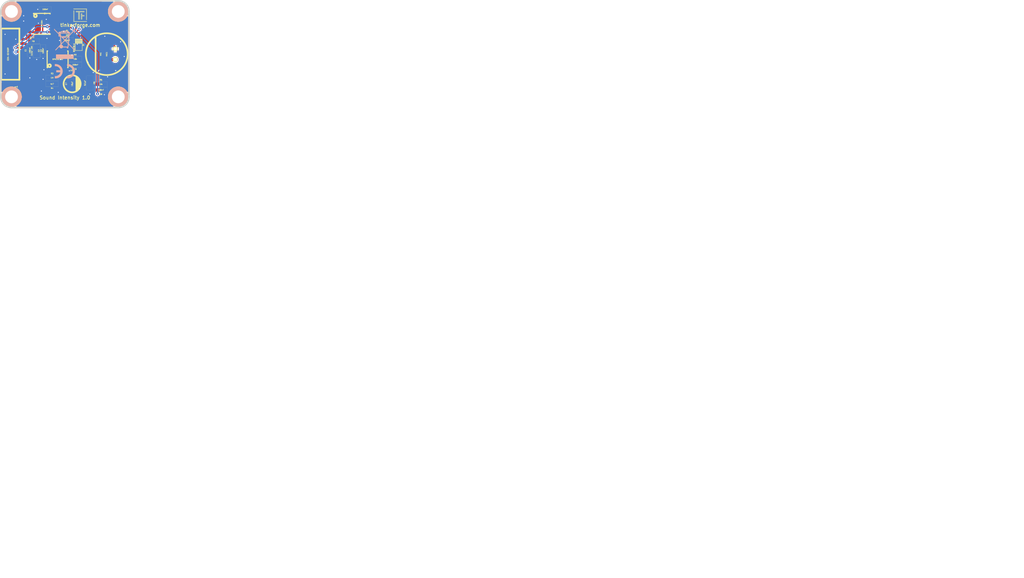
<source format=kicad_pcb>
(kicad_pcb (version 20221018) (generator pcbnew)
  (title_block (title "Sound Intensity Bricklet") (rev "1.0") (company "Tinkerforge GmbH") (comment 1 "Licensed under CERN OHL v.1.1") (comment 2 "Copyright (©) 2013, B.Nordmeyer <bastian@tinkerforge.com>"))
  (layers (0 "F.Cu" signal "Vorderseite") (31 "B.Cu" signal "Rückseite") (34 "B.Paste" user) (35 "F.Paste" user) (36 "B.SilkS" user) (37 "F.SilkS" user) (38 "B.Mask" user) (39 "F.Mask" user) (44 "Edge.Cuts" user))
  (net 0 "")
  (net 1 "GND")
  (net 2 "N-0000010")
  (net 3 "N-0000011")
  (net 4 "N-0000012")
  (net 5 "N-0000013")
  (net 6 "N-0000018")
  (net 7 "N-0000019")
  (net 8 "N-000002")
  (net 9 "N-000005")
  (net 10 "N-000007")
  (net 11 "N-000008")
  (net 12 "N-000009")
  (net 13 "VAA")
  (net 14 "VCC")
  (footprint "SOIC8" (layer "F.Cu") (at 56.2 43.5)
    (fp_text reference "U1" (at 3.29946 2.60096) (layer "F.SilkS") (effects (font (size 0.29972 0.29972) (thickness 0.0762))))
    (fp_text value "OPA2313ID" (at 0 0) (layer "F.SilkS") (effects (font (size 0.29972 0.29972) (thickness 0.0762))))
    (pad "1" smd rect (at -1.90246 2.69748 180) (size 0.59944 1.5494) (layers "F.Cu" "F.Paste" "F.Mask") (net 11 "N-000008"))
    (pad "2" smd rect (at -0.63246 2.69748 180) (size 0.59944 1.5494) (layers "F.Cu" "F.Paste" "F.Mask") (net 9 "N-000005"))
    (pad "3" smd rect (at 0.63246 2.69748 180) (size 0.59944 1.5494) (layers "F.Cu" "F.Paste" "F.Mask") (net 7 "N-0000019"))
    (pad "4" smd rect (at 1.90246 2.69748 180) (size 0.59944 1.5494) (layers "F.Cu" "F.Paste" "F.Mask") (net 1 "GND"))
    (pad "5" smd rect (at 1.90246 -2.69748) (size 0.59944 1.5494) (layers "F.Cu" "F.Paste" "F.Mask") (net 12 "N-000009"))
    (pad "6" smd rect (at 0.63246 -2.69748) (size 0.59944 1.5494) (layers "F.Cu" "F.Paste" "F.Mask") (net 5 "N-0000013"))
    (pad "7" smd rect (at -0.63246 -2.69748) (size 0.59944 1.5494) (layers "F.Cu" "F.Paste" "F.Mask") (net 5 "N-0000013"))
    (pad "8" smd rect (at -1.90246 -2.69748) (size 0.59944 1.5494) (layers "F.Cu" "F.Paste" "F.Mask") (net 13 "VAA"))
  )
  (footprint "DRILL_NP" (layer "F.Cu") (at 70.4 32.3)
    (fp_text reference "U3" hide)
    (fp_text value "DRILL" hide)
    (pad "" thru_hole circle (at 0 0) (size 2.99974 2.99974) (drill 2.99974) (layers "*.Cu" "*.SilkS" "*.Mask") (clearance 0.89916))
  )
  (footprint "DRILL_NP" (layer "F.Cu") (at 45.4 52.3)
    (fp_text reference "U4" hide)
    (fp_text value "DRILL" hide)
    (pad "" thru_hole circle (at 0 0) (size 2.99974 2.99974) (drill 2.99974) (layers "*.Cu" "*.SilkS" "*.Mask") (clearance 0.89916))
  )
  (footprint "DRILL_NP" (layer "F.Cu") (at 45.4 32.3)
    (fp_text reference "U6" hide)
    (fp_text value "DRILL" hide)
    (pad "" thru_hole circle (at 0 0) (size 2.99974 2.99974) (drill 2.99974) (layers "*.Cu" "*.SilkS" "*.Mask") (clearance 0.89916))
  )
  (footprint "DRILL_NP" (layer "F.Cu") (at 70.4 52.3)
    (fp_text reference "U5" hide)
    (fp_text value "DRILL" hide)
    (pad "" thru_hole circle (at 0 0) (size 2.99974 2.99974) (drill 2.99974) (layers "*.Cu" "*.SilkS" "*.Mask") (clearance 0.89916))
  )
  (footprint "CON-SENSOR" (layer "F.Cu") (at 43 42.3 -90)
    (fp_text reference "P1" (at 7.9502 -3.50012 270) (layer "F.SilkS") (effects (font (size 0.59944 0.59944) (thickness 0.12446))))
    (fp_text value "CON-SENSOR" (at 0 -1.6002 270) (layer "F.SilkS") (effects (font (size 0.29972 0.29972) (thickness 0.07112))))
    (pad "1" smd rect (at -4.50088 -4.7752 270) (size 0.59944 1.5494) (layers "F.Cu" "F.Paste" "F.Mask"))
    (pad "2" smd rect (at -3.50012 -4.7752 270) (size 0.59944 1.5494) (layers "F.Cu" "F.Paste" "F.Mask") (net 1 "GND"))
    (pad "3" smd rect (at -2.49936 -4.7752 270) (size 0.59944 1.5494) (layers "F.Cu" "F.Paste" "F.Mask") (net 14 "VCC"))
    (pad "4" smd rect (at -1.50114 -4.7752 270) (size 0.59944 1.5494) (layers "F.Cu" "F.Paste" "F.Mask") (net 2 "N-0000010"))
    (pad "5" smd rect (at -0.50038 -4.7752 270) (size 0.59944 1.5494) (layers "F.Cu" "F.Paste" "F.Mask") (net 3 "N-0000011"))
    (pad "6" smd rect (at 0.50038 -4.7752 270) (size 0.59944 1.5494) (layers "F.Cu" "F.Paste" "F.Mask") (net 4 "N-0000012"))
    (pad "7" smd rect (at 1.50114 -4.7752 270) (size 0.59944 1.5494) (layers "F.Cu" "F.Paste" "F.Mask") (net 5 "N-0000013"))
    (pad "8" smd rect (at 2.49936 -4.7752 270) (size 0.59944 1.5494) (layers "F.Cu" "F.Paste" "F.Mask"))
    (pad "9" smd rect (at 3.50012 -4.7752 270) (size 0.59944 1.5494) (layers "F.Cu" "F.Paste" "F.Mask"))
    (pad "10" smd rect (at 4.50088 -4.7752 270) (size 0.59944 1.5494) (layers "F.Cu" "F.Paste" "F.Mask"))
    (pad "EP" smd rect (at -5.79882 -0.89916 270) (size 1.19888 1.80086) (layers "F.Cu" "F.Paste" "F.Mask") (net 1 "GND"))
    (pad "EP" smd rect (at 5.79882 -0.89916 270) (size 1.19888 1.80086) (layers "F.Cu" "F.Paste" "F.Mask") (net 1 "GND"))
  )
  (footprint "0603" (layer "F.Cu") (at 49.7 41.4 90)
    (fp_text reference "C1" (at 0 -1.00076 90) (layer "F.SilkS") (effects (font (size 0.29972 0.29972) (thickness 0.0762))))
    (fp_text value "100nF" (at 0 0 90) (layer "F.SilkS") (effects (font (size 0.29972 0.29972) (thickness 0.0762))))
    (pad "1" smd rect (at -0.8001 0 90) (size 0.8001 0.8001) (layers "F.Cu" "F.Paste" "F.Mask") (net 1 "GND"))
    (pad "2" smd rect (at 0.8001 0 90) (size 0.8001 0.8001) (layers "F.Cu" "F.Paste" "F.Mask") (net 14 "VCC"))
  )
  (footprint "0603" (layer "F.Cu") (at 58.45 37.8)
    (fp_text reference "R1" (at 0 -1.00076) (layer "F.SilkS") (effects (font (size 0.29972 0.29972) (thickness 0.0762))))
    (fp_text value "1M" (at 0 0) (layer "F.SilkS") (effects (font (size 0.29972 0.29972) (thickness 0.0762))))
    (pad "1" smd rect (at -0.8001 0) (size 0.8001 0.8001) (layers "F.Cu" "F.Paste" "F.Mask") (net 1 "GND"))
    (pad "2" smd rect (at 0.8001 0) (size 0.8001 0.8001) (layers "F.Cu" "F.Paste" "F.Mask") (net 12 "N-000009"))
  )
  (footprint "0603" (layer "F.Cu") (at 52.8 41.5 90)
    (fp_text reference "C2" (at 0 -1.00076 90) (layer "F.SilkS") (effects (font (size 0.29972 0.29972) (thickness 0.0762))))
    (fp_text value "100nF" (at 0 0 90) (layer "F.SilkS") (effects (font (size 0.29972 0.29972) (thickness 0.0762))))
    (pad "1" smd rect (at -0.8001 0 90) (size 0.8001 0.8001) (layers "F.Cu" "F.Paste" "F.Mask") (net 1 "GND"))
    (pad "2" smd rect (at 0.8001 0 90) (size 0.8001 0.8001) (layers "F.Cu" "F.Paste" "F.Mask") (net 13 "VAA"))
  )
  (footprint "0805" (layer "F.Cu") (at 51.3 41.5 -90)
    (fp_text reference "C3" (at 0 -1.04902 270) (layer "F.SilkS") (effects (font (size 0.29972 0.29972) (thickness 0.0762))))
    (fp_text value "2.2uF 10V" (at 0 1.15062 270) (layer "F.SilkS") (effects (font (size 0.29972 0.29972) (thickness 0.0762))))
    (pad "1" smd rect (at -1.00076 0 270) (size 1.00076 1.24968) (layers "F.Cu" "F.Paste" "F.Mask") (net 13 "VAA") (clearance 0.14986))
    (pad "2" smd rect (at 1.00076 0 270) (size 1.00076 1.24968) (layers "F.Cu" "F.Paste" "F.Mask") (net 1 "GND") (clearance 0.14986))
  )
  (footprint "SOIC8" (layer "F.Cu") (at 52.5 35.2 -90)
    (fp_text reference "U2" (at 3.29946 2.60096 270) (layer "F.SilkS") (effects (font (size 0.29972 0.29972) (thickness 0.0762))))
    (fp_text value "M24C64" (at 0 0 270) (layer "F.SilkS") (effects (font (size 0.29972 0.29972) (thickness 0.0762))))
    (pad "1" smd rect (at -1.90246 2.69748 90) (size 0.59944 1.5494) (layers "F.Cu" "F.Paste" "F.Mask") (net 1 "GND"))
    (pad "2" smd rect (at -0.63246 2.69748 90) (size 0.59944 1.5494) (layers "F.Cu" "F.Paste" "F.Mask") (net 1 "GND"))
    (pad "3" smd rect (at 0.63246 2.69748 90) (size 0.59944 1.5494) (layers "F.Cu" "F.Paste" "F.Mask") (net 4 "N-0000012"))
    (pad "4" smd rect (at 1.90246 2.69748 90) (size 0.59944 1.5494) (layers "F.Cu" "F.Paste" "F.Mask") (net 1 "GND"))
    (pad "5" smd rect (at 1.90246 -2.69748 270) (size 0.59944 1.5494) (layers "F.Cu" "F.Paste" "F.Mask") (net 3 "N-0000011"))
    (pad "6" smd rect (at 0.63246 -2.69748 270) (size 0.59944 1.5494) (layers "F.Cu" "F.Paste" "F.Mask") (net 2 "N-0000010"))
    (pad "7" smd rect (at -0.63246 -2.69748 270) (size 0.59944 1.5494) (layers "F.Cu" "F.Paste" "F.Mask"))
    (pad "8" smd rect (at -1.90246 -2.69748 270) (size 0.59944 1.5494) (layers "F.Cu" "F.Paste" "F.Mask") (net 14 "VCC"))
  )
  (footprint "MICRO_9_7" (layer "F.Cu") (at 67.7 42.3 -90)
    (fp_text reference "MIC1" (at 0 0 270) (layer "F.SilkS") (effects (font (size 0.3 0.3) (thickness 0.075))))
    (fp_text value "MIC" (at 0 1.4 270) (layer "F.SilkS") (effects (font (size 0.3 0.3) (thickness 0.075))))
    (pad "1" thru_hole circle (at 1.25 -2 270) (size 1.2 1.2) (drill 0.6) (layers "*.Cu" "*.Mask" "F.SilkS") (net 8 "N-000002"))
    (pad "2" thru_hole circle (at -1.25 -2 270) (size 1.2 1.2) (drill 0.6) (layers "*.Cu" "*.Mask" "F.SilkS") (net 1 "GND"))
  )
  (footprint "0603" (layer "F.Cu") (at 53.3 31.8 180)
    (fp_text reference "C4" (at 0 -1.00076 180) (layer "F.SilkS") (effects (font (size 0.29972 0.29972) (thickness 0.0762))))
    (fp_text value "100nF" (at 0 0 180) (layer "F.SilkS") (effects (font (size 0.29972 0.29972) (thickness 0.0762))))
    (pad "1" smd rect (at -0.8001 0 180) (size 0.8001 0.8001) (layers "F.Cu" "F.Paste" "F.Mask") (net 14 "VCC"))
    (pad "2" smd rect (at 0.8001 0 180) (size 0.8001 0.8001) (layers "F.Cu" "F.Paste" "F.Mask") (net 1 "GND"))
  )
  (footprint "0603" (layer "F.Cu") (at 58.45 39.1)
    (fp_text reference "C5" (at 0 -1.00076) (layer "F.SilkS") (effects (font (size 0.29972 0.29972) (thickness 0.0762))))
    (fp_text value "100nF" (at 0 0) (layer "F.SilkS") (effects (font (size 0.29972 0.29972) (thickness 0.0762))))
    (pad "1" smd rect (at -0.8001 0) (size 0.8001 0.8001) (layers "F.Cu" "F.Paste" "F.Mask") (net 1 "GND"))
    (pad "2" smd rect (at 0.8001 0) (size 0.8001 0.8001) (layers "F.Cu" "F.Paste" "F.Mask") (net 12 "N-000009"))
  )
  (footprint "0603" (layer "F.Cu") (at 54.9 47.85)
    (fp_text reference "R3" (at 0 -1.00076) (layer "F.SilkS") (effects (font (size 0.29972 0.29972) (thickness 0.0762))))
    (fp_text value "1M" (at 0 0) (layer "F.SilkS") (effects (font (size 0.29972 0.29972) (thickness 0.0762))))
    (pad "1" smd rect (at -0.8001 0) (size 0.8001 0.8001) (layers "F.Cu" "F.Paste" "F.Mask") (net 11 "N-000008"))
    (pad "2" smd rect (at 0.8001 0) (size 0.8001 0.8001) (layers "F.Cu" "F.Paste" "F.Mask") (net 9 "N-000005"))
  )
  (footprint "0603" (layer "F.Cu") (at 60.35 43.45)
    (fp_text reference "R2" (at 0 -1.00076) (layer "F.SilkS") (effects (font (size 0.29972 0.29972) (thickness 0.0762))))
    (fp_text value "10k" (at 0 0) (layer "F.SilkS") (effects (font (size 0.29972 0.29972) (thickness 0.0762))))
    (pad "1" smd rect (at -0.8001 0) (size 0.8001 0.8001) (layers "F.Cu" "F.Paste" "F.Mask") (net 1 "GND"))
    (pad "2" smd rect (at 0.8001 0) (size 0.8001 0.8001) (layers "F.Cu" "F.Paste" "F.Mask") (net 6 "N-0000018"))
  )
  (footprint "0603" (layer "F.Cu") (at 54.9 49.3 180)
    (fp_text reference "R4" (at 0 -1.00076 180) (layer "F.SilkS") (effects (font (size 0.29972 0.29972) (thickness 0.0762))))
    (fp_text value "4k7" (at 0 0 180) (layer "F.SilkS") (effects (font (size 0.29972 0.29972) (thickness 0.0762))))
    (pad "1" smd rect (at -0.8001 0 180) (size 0.8001 0.8001) (layers "F.Cu" "F.Paste" "F.Mask") (net 10 "N-000007"))
    (pad "2" smd rect (at 0.8001 0 180) (size 0.8001 0.8001) (layers "F.Cu" "F.Paste" "F.Mask") (net 9 "N-000005"))
  )
  (footprint "0603" (layer "F.Cu") (at 60.35 44.8 180)
    (fp_text reference "C6" (at 0 -1.00076 180) (layer "F.SilkS") (effects (font (size 0.29972 0.29972) (thickness 0.0762))))
    (fp_text value "100nF" (at 0 0 180) (layer "F.SilkS") (effects (font (size 0.29972 0.29972) (thickness 0.0762))))
    (pad "1" smd rect (at -0.8001 0 180) (size 0.8001 0.8001) (layers "F.Cu" "F.Paste" "F.Mask") (net 6 "N-0000018"))
    (pad "2" smd rect (at 0.8001 0 180) (size 0.8001 0.8001) (layers "F.Cu" "F.Paste" "F.Mask") (net 11 "N-000008"))
  )
  (footprint "0603" (layer "F.Cu") (at 66.35 49.35)
    (fp_text reference "R5" (at 0 -1.00076) (layer "F.SilkS") (effects (font (size 0.29972 0.29972) (thickness 0.0762))))
    (fp_text value "10k" (at 0 0) (layer "F.SilkS") (effects (font (size 0.29972 0.29972) (thickness 0.07493))))
    (pad "1" smd rect (at -0.8001 0) (size 0.8001 0.8001) (layers "F.Cu" "F.Paste" "F.Mask") (net 8 "N-000002"))
    (pad "2" smd rect (at 0.8001 0) (size 0.8001 0.8001) (layers "F.Cu" "F.Paste" "F.Mask") (net 13 "VAA"))
  )
  (footprint "ELKO_43" (layer "F.Cu") (at 59.6 49.25 90)
    (fp_text reference "C7" (at 0 -1.4 90) (layer "F.SilkS") (effects (font (size 0.3 0.3) (thickness 0.075))))
    (fp_text value "10µF" (at 0 0 90) (layer "F.SilkS") (effects (font (size 0.3 0.3) (thickness 0.075))))
    (pad "1" smd rect (at 0 -1.7 90) (size 0.9 2.5) (layers "F.Cu" "F.Paste" "F.Mask") (net 10 "N-000007"))
    (pad "2" smd rect (at 0 1.7 90) (size 0.9 2.5) (layers "F.Cu" "F.Paste" "F.Mask") (net 1 "GND"))
  )
  (footprint "Logo_31x31" (layer "F.Cu") (at 59.9 31.6)
    (fp_text reference "G***" hide)
    (fp_text value "Logo_31x31" hide)
  )
  (footprint "Fiducial_Mark" (layer "F.Cu") (at 50.4 51.3)
    (fp_text reference "Fiducial_Mark" hide)
    (fp_text value "VAL**" hide)
    (pad "1" smd circle (at 0 0) (size 1.00076 1.00076) (layers "F.Cu" "F.Mask") (clearance 0.65024))
  )
  (footprint "Fiducial_Mark" (layer "F.Cu") (at 66.9 31.3)
    (fp_text reference "Fiducial_Mark" hide)
    (fp_text value "VAL**" hide)
    (pad "1" smd circle (at 0 0) (size 1.00076 1.00076) (layers "F.Cu" "F.Mask") (clearance 0.65024))
  )
  (footprint "0805" (layer "F.Cu") (at 63.75 49.05 -90)
    (fp_text reference "C9" (at 0 -1.04902 270) (layer "F.SilkS") (effects (font (size 0.29972 0.29972) (thickness 0.0762))))
    (fp_text value "0.1µF" (at 0 1.15062 270) (layer "F.SilkS") (effects (font (size 0.29972 0.29972) (thickness 0.0762))))
    (pad "1" smd rect (at -1.00076 0 270) (size 1.00076 1.24968) (layers "F.Cu" "F.Paste" "F.Mask") (net 7 "N-0000019") (clearance 0.14986))
    (pad "2" smd rect (at 1.00076 0 270) (size 1.00076 1.24968) (layers "F.Cu" "F.Paste" "F.Mask") (net 8 "N-000002") (clearance 0.14986))
  )
  (footprint "0603" (layer "F.Cu") (at 66.35 50.7 180)
    (fp_text reference "C8" (at 0 -1.00076 180) (layer "F.SilkS") (effects (font (size 0.29972 0.29972) (thickness 0.0762))))
    (fp_text value "100nF" (at 0 0 180) (layer "F.SilkS") (effects (font (size 0.29972 0.29972) (thickness 0.0762))))
    (pad "1" smd rect (at -0.8001 0 180) (size 0.8001 0.8001) (layers "F.Cu" "F.Paste" "F.Mask") (net 1 "GND"))
    (pad "2" smd rect (at 0.8001 0 180) (size 0.8001 0.8001) (layers "F.Cu" "F.Paste" "F.Mask") (net 13 "VAA"))
  )
  (footprint "SOD-123" (layer "F.Cu") (at 61.15 40.1 90)
    (fp_text reference "D1" (at 0 1.09982 90) (layer "F.SilkS") (effects (font (size 0.29972 0.29972) (thickness 0.0762))))
    (fp_text value "B0520LW" (at -0.70104 -1.09982 90) (layer "F.SilkS") (effects (font (size 0.29972 0.29972) (thickness 0.0762))))
    (pad "1" smd rect (at -1.84912 0 90) (size 1.19888 0.70104) (layers "F.Cu" "F.Paste" "F.Mask") (net 6 "N-0000018") (clearance 0.14986))
    (pad "2" smd rect (at 1.84912 0 90) (size 1.19888 0.70104) (layers "F.Cu" "F.Paste" "F.Mask") (net 12 "N-000009") (clearance 0.14986))
  )
  (footprint "0603" (layer "F.Cu") (at 50.5 39.3)
    (fp_text reference "L1" (at 0 -1.00076) (layer "F.SilkS") (effects (font (size 0.29972 0.29972) (thickness 0.0762))))
    (fp_text value "FB" (at 0 0) (layer "F.SilkS") (effects (font (size 0.29972 0.29972) (thickness 0.0762))))
    (pad "1" smd rect (at -0.8001 0) (size 0.8001 0.8001) (layers "F.Cu" "F.Paste" "F.Mask") (net 14 "VCC"))
    (pad "2" smd rect (at 0.8001 0) (size 0.8001 0.8001) (layers "F.Cu" "F.Paste" "F.Mask") (net 13 "VAA"))
  )
  (footprint "CE_5mm" (layer "B.Cu") (at 57.85 46.3 180)
    (fp_text reference "VAL" hide)
    (fp_text value "CE_5mm" hide)
  )
  (footprint "WEEE_7mm" (layer "B.Cu") (at 57.85 39.9)
    (fp_text reference "VAL" hide)
    (fp_text value "WEEE_7mm" hide)
  )
  (gr_line (start 42.9 32.3) (end 42.9 52.3) (stroke (width 0.381)) (layer "Edge.Cuts"))
  (gr_arc (start 72.9 52.3) (mid 72.167767 54.067767) (end 70.4 54.8) (stroke (width 0.381)) (layer "Edge.Cuts"))
  (gr_line (start 45.4 29.8) (end 70.3 29.8) (stroke (width 0.381)) (layer "Edge.Cuts"))
  (gr_arc (start 42.9 32.3) (mid 43.632233 30.532233) (end 45.4 29.8) (stroke (width 0.381)) (layer "Edge.Cuts"))
  (gr_line (start 72.9 52.3) (end 72.9 32.3) (stroke (width 0.381)) (layer "Edge.Cuts"))
  (gr_arc (start 45.4 54.8) (mid 43.632233 54.067767) (end 42.9 52.3) (stroke (width 0.381)) (layer "Edge.Cuts"))
  (gr_line (start 70.3 54.8) (end 45.4 54.8) (stroke (width 0.381)) (layer "Edge.Cuts"))
  (gr_arc (start 70.4 29.8) (mid 72.167767 30.532233) (end 72.9 32.3) (stroke (width 0.381)) (layer "Edge.Cuts"))
  (gr_text "Sound Intensity 1.0" (at 57.9 52.5) (layer "F.SilkS") (effects (font (size 0.8 0.8))))
  (gr_text "tinkerforge.com" (at 61.5 35.5) (layer "F.SilkS") (effects (font (size 0.8 0.8))))
  (segment (start 58.94748 46.19748) (end 58.95 46.2) (width 0.29972) (layer "F.Cu") (net 1))
  (segment (start 61.3 50.4) (end 61.3 49.25) (width 0.29972) (layer "F.Cu") (net 1))
  (segment (start 67.15 51.8) (end 67.1501 51.7999) (width 0.29972) (layer "F.Cu") (net 1))
  (segment (start 67.1501 51.7999) (end 67.1501 50.7) (width 0.29972) (layer "F.Cu") (net 1))
  (segment (start 59.5499 42.5001) (end 59.55 42.5) (width 0.29972) (layer "F.Cu") (net 1))
  (segment (start 56.65 39.1) (end 57.6499 39.1) (width 0.29972) (layer "F.Cu") (net 1))
  (segment (start 46.40012 38.79988) (end 46.4 38.8) (width 0.29972) (layer "F.Cu") (net 1))
  (segment (start 43.9 37.65) (end 43.89916 37.64916) (width 0.29972) (layer "F.Cu") (net 1))
  (segment (start 43.89916 37.64916) (end 43.89916 36.50118) (width 0.29972) (layer "F.Cu") (net 1))
  (segment (start 43.9 46.95) (end 43.89916 46.95084) (width 0.29972) (layer "F.Cu") (net 1))
  (segment (start 43.89916 46.95084) (end 43.89916 48.09882) (width 0.29972) (layer "F.Cu") (net 1))
  (segment (start 49.7 43.2) (end 49.7 42.2001) (width 0.29972) (layer "F.Cu") (net 1))
  (segment (start 52.8 43.3) (end 52.8 42.3001) (width 0.29972) (layer "F.Cu") (net 1))
  (segment (start 48.26754 34.56754) (end 48.25 34.55) (width 0.29972) (layer "F.Cu") (net 1))
  (segment (start 48.25246 33.29754) (end 48.25 33.3) (width 0.29972) (layer "F.Cu") (net 1))
  (segment (start 51.24754 37.10246) (end 51.7 36.65) (width 0.29972) (layer "F.Cu") (net 1))
  (segment (start 51.7 36.65) (end 51.7 35.05) (width 0.29972) (layer "F.Cu") (net 1))
  (segment (start 57.6499 36.9501) (end 57.65 36.95) (width 0.29972) (layer "F.Cu") (net 1))
  (segment (start 57.2 50.4) (end 56.35 51.25) (width 0.29972) (layer "F.Cu") (net 1))
  (segment (start 61.3 46.2) (end 63.3 44.2) (width 0.29972) (layer "F.Cu") (net 1))
  (segment (start 52.4 48.6) (end 52.8 48.2) (width 0.29972) (layer "F.Cu") (net 1))
  (segment (start 52.8 46.15) (end 53 45.95) (width 0.29972) (layer "F.Cu") (net 1))
  (segment (start 59.55 41.2) (end 60.8 39.95) (width 0.29972) (layer "F.Cu") (net 1))
  (segment (start 69.7 40.55) (end 67.25 38.1) (width 0.29972) (layer "F.Cu") (net 1))
  (segment (start 70.95 39.4) (end 71.8 40.25) (width 0.29972) (layer "F.Cu") (net 1))
  (segment (start 71.8 40.25) (end 71.8 42.85) (width 0.29972) (layer "F.Cu") (net 1))
  (segment (start 58.95 46.2) (end 61.3 46.2) (width 0.29972) (layer "F.Cu") (net 1))
  (segment (start 49.80252 34.56754) (end 48.26754 34.56754) (width 0.29972) (layer "F.Cu") (net 1))
  (segment (start 52.8 48.2) (end 52.8 46.15) (width 0.29972) (layer "F.Cu") (net 1))
  (segment (start 59.5499 43.45) (end 59.5499 42.5001) (width 0.29972) (layer "F.Cu") (net 1))
  (segment (start 59.55 42.5) (end 59.55 41.2) (width 0.29972) (layer "F.Cu") (net 1))
  (segment (start 49.80252 37.10246) (end 51.24754 37.10246) (width 0.29972) (layer "F.Cu") (net 1))
  (segment (start 47.7752 38.79988) (end 46.40012 38.79988) (width 0.29972) (layer "F.Cu") (net 1))
  (segment (start 49.80252 33.29754) (end 48.25246 33.29754) (width 0.29972) (layer "F.Cu") (net 1))
  (segment (start 52.4999 31.8) (end 51.55 31.8) (width 0.29972) (layer "F.Cu") (net 1))
  (segment (start 69.7 41.05) (end 69.7 40.55) (width 0.29972) (layer "F.Cu") (net 1))
  (segment (start 61.3 50.4) (end 57.2 50.4) (width 0.29972) (layer "F.Cu") (net 1))
  (segment (start 51.3 42.50076) (end 51.3 43.55) (width 0.29972) (layer "F.Cu") (net 1))
  (segment (start 58.10246 46.19748) (end 58.94748 46.19748) (width 0.29972) (layer "F.Cu") (net 1))
  (segment (start 52.4 50.95) (end 52.4 48.6) (width 0.29972) (layer "F.Cu") (net 1))
  (segment (start 57.6499 37.8) (end 57.6499 36.9501) (width 0.29972) (layer "F.Cu") (net 1))
  (via (at 58.95 46.2) (size 0.70104) (drill 0.24892) (layers "F.Cu" "B.Cu") (net 1))
  (via (at 52.8 43.3) (size 0.70104) (drill 0.24892) (layers "F.Cu" "B.Cu") (net 1))
  (via (at 53.55 34.15) (size 0.70104) (drill 0.24892) (layers "F.Cu" "B.Cu") (net 1))
  (via (at 48.25 34.55) (size 0.70104) (drill 0.24892) (layers "F.Cu" "B.Cu") (net 1))
  (via (at 52.4 50.95) (size 0.70104) (drill 0.24892) (layers "F.Cu" "B.Cu") (net 1))
  (via (at 49.7 47.85) (size 0.70104) (drill 0.24892) (layers "F.Cu" "B.Cu") (net 1))
  (via (at 56.9 43.55) (size 0.70104) (drill 0.24892) (layers "F.Cu" "B.Cu") (net 1))
  (via (at 69.8 46.15) (size 0.70104) (drill 0.24892) (layers "F.Cu" "B.Cu") (net 1))
  (via (at 51.3 43.55) (size 0.70104) (drill 0.24892) (layers "F.Cu" "B.Cu") (net 1))
  (via (at 56.65 39.1) (size 0.70104) (drill 0.24892) (layers "F.Cu" "B.Cu") (net 1))
  (via (at 60.8 39.95) (size 0.70104) (drill 0.24892) (layers "F.Cu" "B.Cu") (net 1))
  (via (at 51.7 35.05) (size 0.70104) (drill 0.24892) (layers "F.Cu" "B.Cu") (net 1))
  (via (at 51.55 31.8) (size 0.70104) (drill 0.24892) (layers "F.Cu" "B.Cu") (net 1))
  (via (at 63.3 44.2) (size 0.70104) (drill 0.24892) (layers "F.Cu" "B.Cu") (net 1))
  (via (at 64.55 46.6) (size 0.70104) (drill 0.24892) (layers "F.Cu" "B.Cu") (net 1))
  (via (at 67.25 38.1) (size 0.70104) (drill 0.24892) (layers "F.Cu" "B.Cu") (net 1))
  (via (at 56.35 51.25) (size 0.70104) (drill 0.24892) (layers "F.Cu" "B.Cu") (net 1))
  (via (at 43.9 46.95) (size 0.70104) (drill 0.24892) (layers "F.Cu" "B.Cu") (net 1))
  (via (at 43.9 37.65) (size 0.70104) (drill 0.24892) (layers "F.Cu" "B.Cu") (net 1))
  (via (at 59.55 42.5) (size 0.70104) (drill 0.24892) (layers "F.Cu" "B.Cu") (net 1))
  (via (at 71.8 42.85) (size 0.70104) (drill 0.24892) (layers "F.Cu" "B.Cu") (net 1))
  (via (at 53.7 38.6) (size 0.70104) (drill 0.24892) (layers "F.Cu" "B.Cu") (net 1))
  (via (at 46.4 38.8) (size 0.70104) (drill 0.24892) (layers "F.Cu" "B.Cu") (net 1))
  (via (at 49.7 43.2) (size 0.70104) (drill 0.24892) (layers "F.Cu" "B.Cu") (net 1))
  (via (at 52.8 48.2) (size 0.70104) (drill 0.24892) (layers "F.Cu" "B.Cu") (net 1))
  (via (at 53 45.95) (size 0.70104) (drill 0.24892) (layers "F.Cu" "B.Cu") (net 1))
  (via (at 70.95 39.4) (size 0.70104) (drill 0.24892) (layers "F.Cu" "B.Cu") (net 1))
  (via (at 67.9 47.6) (size 0.70104) (drill 0.24892) (layers "F.Cu" "B.Cu") (net 1))
  (via (at 67.15 51.8) (size 0.70104) (drill 0.24892) (layers "F.Cu" "B.Cu") (net 1))
  (via (at 61.3 50.4) (size 0.70104) (drill 0.24892) (layers "F.Cu" "B.Cu") (net 1))
  (via (at 63.75 51.65) (size 0.70104) (drill 0.24892) (layers "F.Cu" "B.Cu") (net 1))
  (via (at 57.65 36.95) (size 0.70104) (drill 0.24892) (layers "F.Cu" "B.Cu") (net 1))
  (via (at 48.25 33.3) (size 0.70104) (drill 0.24892) (layers "F.Cu" "B.Cu") (net 1))
  (segment (start 58.95 46.2) (end 61.3 48.55) (width 0.29972) (layer "B.Cu") (net 1))
  (segment (start 61.3 48.55) (end 61.3 50.4) (width 0.29972) (layer "B.Cu") (net 1))
  (segment (start 61.6 50.4) (end 63.9 52.7) (width 0.29972) (layer "B.Cu") (net 1))
  (segment (start 63.9 52.7) (end 66.25 52.7) (width 0.29972) (layer "B.Cu") (net 1))
  (segment (start 66.25 52.7) (end 67.15 51.8) (width 0.29972) (layer "B.Cu") (net 1))
  (segment (start 67.15 43.6) (end 69.7 41.05) (width 0.29972) (layer "B.Cu") (net 1))
  (segment (start 59.55 42.5) (end 56.65 39.6) (width 0.29972) (layer "B.Cu") (net 1))
  (segment (start 56.65 39.6) (end 56.65 39.1) (width 0.29972) (layer "B.Cu") (net 1))
  (segment (start 46.4 38.8) (end 45.25 37.65) (width 0.29972) (layer "B.Cu") (net 1))
  (segment (start 45.25 37.65) (end 43.9 37.65) (width 0.29972) (layer "B.Cu") (net 1))
  (segment (start 52.4 50.4) (end 49.85 47.85) (width 0.29972) (layer "B.Cu") (net 1))
  (segment (start 49.85 47.85) (end 49.7 47.85) (width 0.29972) (layer "B.Cu") (net 1))
  (segment (start 44.8 47.85) (end 43.9 46.95) (width 0.29972) (layer "B.Cu") (net 1))
  (segment (start 51.3 43.55) (end 50.95 43.2) (width 0.29972) (layer "B.Cu") (net 1))
  (segment (start 50.95 43.2) (end 49.7 43.2) (width 0.29972) (layer "B.Cu") (net 1))
  (segment (start 52.55 43.55) (end 52.8 43.3) (width 0.29972) (layer "B.Cu") (net 1))
  (segment (start 52.8 42.95) (end 56.65 39.1) (width 0.29972) (layer "B.Cu") (net 1))
  (segment (start 51.3 46.25) (end 49.7 47.85) (width 0.29972) (layer "B.Cu") (net 1))
  (segment (start 48.25 34.55) (end 45.25 37.55) (width 0.29972) (layer "B.Cu") (net 1))
  (segment (start 45.25 37.55) (end 45.25 37.65) (width 0.29972) (layer "B.Cu") (net 1))
  (segment (start 48.25 33.3) (end 48.25 34.55) (width 0.29972) (layer "B.Cu") (net 1))
  (segment (start 51.55 31.8) (end 50.05 33.3) (width 0.29972) (layer "B.Cu") (net 1))
  (segment (start 50.05 33.3) (end 48.25 33.3) (width 0.29972) (layer "B.Cu") (net 1))
  (segment (start 57.65 36.95) (end 57.6 37) (width 0.29972) (layer "B.Cu") (net 1))
  (segment (start 57.6 37) (end 57.6 38.6) (width 0.29972) (layer "B.Cu") (net 1))
  (segment (start 57.6 38.6) (end 57.1 39.1) (width 0.29972) (layer "B.Cu") (net 1))
  (segment (start 57.1 39.1) (end 56.65 39.1) (width 0.29972) (layer "B.Cu") (net 1))
  (segment (start 57.65 36.45) (end 56.25 35.05) (width 0.29972) (layer "B.Cu") (net 1))
  (segment (start 56.25 35.05) (end 51.7 35.05) (width 0.29972) (layer "B.Cu") (net 1))
  (segment (start 54.2 39.1) (end 53.7 38.6) (width 0.29972) (layer "B.Cu") (net 1))
  (segment (start 52.65 35.05) (end 53.55 34.15) (width 0.29972) (layer "B.Cu") (net 1))
  (segment (start 56.35 51.25) (end 56.2 51.1) (width 0.29972) (layer "B.Cu") (net 1))
  (segment (start 56.2 51.1) (end 52.55 51.1) (width 0.29972) (layer "B.Cu") (net 1))
  (segment (start 52.55 51.1) (end 52.4 50.95) (width 0.29972) (layer "B.Cu") (net 1))
  (segment (start 62.5 50.4) (end 63.75 51.65) (width 0.29972) (layer "B.Cu") (net 1))
  (segment (start 57.95 42.5) (end 56.9 43.55) (width 0.29972) (layer "B.Cu") (net 1))
  (segment (start 63.3 45.35) (end 64.55 46.6) (width 0.29972) (layer "B.Cu") (net 1))
  (segment (start 67.15 47.8) (end 67.15 43.6) (width 0.29972) (layer "B.Cu") (net 1))
  (segment (start 67.7 47.8) (end 67.9 47.6) (width 0.29972) (layer "B.Cu") (net 1))
  (segment (start 67.25 38.1) (end 68.55 39.4) (width 0.29972) (layer "B.Cu") (net 1))
  (segment (start 68.55 39.4) (end 70.95 39.4) (width 0.29972) (layer "B.Cu") (net 1))
  (segment (start 71.8 42.85) (end 71.45 43.2) (width 0.29972) (layer "B.Cu") (net 1))
  (segment (start 71.45 43.2) (end 71.45 44.5) (width 0.29972) (layer "B.Cu") (net 1))
  (segment (start 71.45 44.5) (end 69.8 46.15) (width 0.29972) (layer "B.Cu") (net 1))
  (segment (start 61.3 50.4) (end 52.4 50.4) (width 0.29972) (layer "B.Cu") (net 1))
  (segment (start 67.15 47.8) (end 67.7 47.8) (width 0.29972) (layer "B.Cu") (net 1))
  (segment (start 51.7 35.05) (end 52.65 35.05) (width 0.29972) (layer "B.Cu") (net 1))
  (segment (start 67.15 51.8) (end 67.15 47.8) (width 0.29972) (layer "B.Cu") (net 1))
  (segment (start 43.9 37.65) (end 43.9 46.95) (width 0.29972) (layer "B.Cu") (net 1))
  (segment (start 51.3 43.55) (end 51.3 46.25) (width 0.29972) (layer "B.Cu") (net 1))
  (segment (start 56.65 39.1) (end 54.2 39.1) (width 0.29972) (layer "B.Cu") (net 1))
  (segment (start 61.3 50.4) (end 62.5 50.4) (width 0.29972) (layer "B.Cu") (net 1))
  (segment (start 61.3 50.4) (end 61.6 50.4) (width 0.29972) (layer "B.Cu") (net 1))
  (segment (start 51.3 43.55) (end 52.55 43.55) (width 0.29972) (layer "B.Cu") (net 1))
  (segment (start 57.65 36.95) (end 57.65 36.45) (width 0.29972) (layer "B.Cu") (net 1))
  (segment (start 52.8 43.3) (end 52.8 42.95) (width 0.29972) (layer "B.Cu") (net 1))
  (segment (start 63.3 44.2) (end 63.3 45.35) (width 0.29972) (layer "B.Cu") (net 1))
  (segment (start 49.7 47.85) (end 44.8 47.85) (width 0.29972) (layer "B.Cu") (net 1))
  (segment (start 59.55 42.5) (end 57.95 42.5) (width 0.29972) (layer "B.Cu") (net 1))
  (segment (start 46.40114 40.79886) (end 46.4 40.8) (width 0.29972) (layer "F.Cu") (net 2))
  (segment (start 53.8 35.85) (end 53.81754 35.83246) (width 0.29972) (layer "F.Cu") (net 2))
  (segment (start 53.81754 35.83246) (end 55.19748 35.83246) (width 0.29972) (layer "F.Cu") (net 2))
  (segment (start 47.7752 40.79886) (end 46.40114 40.79886) (width 0.29972) (layer "F.Cu") (net 2))
  (via (at 53.8 35.85) (size 0.70104) (drill 0.24892) (layers "F.Cu" "B.Cu") (net 2))
  (via (at 46.4 40.8) (size 0.70104) (drill 0.24892) (layers "F.Cu" "B.Cu") (net 2))
  (segment (start 46.4 40.8) (end 51.35 35.85) (width 0.29972) (layer "B.Cu") (net 2))
  (segment (start 51.35 35.85) (end 53.8 35.85) (width 0.29972) (layer "B.Cu") (net 2))
  (segment (start 46.45038 41.79962) (end 46.45 41.8) (width 0.29972) (layer "F.Cu") (net 3))
  (segment (start 53.8 37.1) (end 53.80246 37.10246) (width 0.29972) (layer "F.Cu") (net 3))
  (segment (start 53.80246 37.10246) (end 55.19748 37.10246) (width 0.29972) (layer "F.Cu") (net 3))
  (segment (start 47.7752 41.79962) (end 46.45038 41.79962) (width 0.29972) (layer "F.Cu") (net 3))
  (via (at 53.8 37.1) (size 0.70104) (drill 0.24892) (layers "F.Cu" "B.Cu") (net 3))
  (via (at 46.45 41.8) (size 0.70104) (drill 0.24892) (layers "F.Cu" "B.Cu") (net 3))
  (segment (start 46.45 41.8) (end 51.15 37.1) (width 0.29972) (layer "B.Cu") (net 3))
  (segment (start 51.15 37.1) (end 53.8 37.1) (width 0.29972) (layer "B.Cu") (net 3))
  (segment (start 46.05038 42.80038) (end 45.05 41.8) (width 0.29972) (layer "F.Cu") (net 4))
  (segment (start 45.05 41.8) (end 45.05 37.45) (width 0.29972) (layer "F.Cu") (net 4))
  (segment (start 45.05 37.45) (end 46.66754 35.83246) (width 0.29972) (layer "F.Cu") (net 4))
  (segment (start 46.66754 35.83246) (end 49.80252 35.83246) (width 0.29972) (layer "F.Cu") (net 4))
  (segment (start 47.7752 42.80038) (end 46.05038 42.80038) (width 0.29972) (layer "F.Cu") (net 4))
  (segment (start 53.55 44.6) (end 55.56754 42.58246) (width 0.59944) (layer "F.Cu") (net 5))
  (segment (start 55.56754 42.58246) (end 55.56754 40.80252) (width 0.59944) (layer "F.Cu") (net 5))
  (segment (start 56.83246 42.06754) (end 56.31754 42.58246) (width 0.59944) (layer "F.Cu") (net 5))
  (segment (start 56.31754 42.58246) (end 55.56754 42.58246) (width 0.59944) (layer "F.Cu") (net 5))
  (segment (start 48.75114 43.80114) (end 49.55 44.6) (width 0.59944) (layer "F.Cu") (net 5))
  (segment (start 49.55 44.6) (end 52.7001 44.6) (width 0.59944) (layer "F.Cu") (net 5))
  (segment (start 52.7001 44.6) (end 53.55 44.6) (width 0.59944) (layer "F.Cu") (net 5))
  (segment (start 56.83246 40.80252) (end 56.83246 42.06754) (width 0.59944) (layer "F.Cu") (net 5))
  (segment (start 47.7752 43.80114) (end 48.75114 43.80114) (width 0.59944) (layer "F.Cu") (net 5))
  (segment (start 61.1501 41.94922) (end 61.15 41.94912) (width 0.59944) (layer "F.Cu") (net 6))
  (segment (start 61.1501 44.8) (end 61.1501 43.45) (width 0.59944) (layer "F.Cu") (net 6))
  (segment (start 61.1501 43.45) (end 61.1501 41.94922) (width 0.59944) (layer "F.Cu") (net 6))
  (segment (start 57.74924 48.04924) (end 56.83246 47.13246) (width 0.59944) (layer "F.Cu") (net 7))
  (segment (start 56.83246 47.13246) (end 56.83246 46.19748) (width 0.59944) (layer "F.Cu") (net 7))
  (segment (start 63.75 48.04924) (end 57.74924 48.04924) (width 0.59944) (layer "F.Cu") (net 7))
  (segment (start 64.19924 50.05076) (end 64.9 49.35) (width 0.59944) (layer "F.Cu") (net 8))
  (segment (start 64.9 49.35) (end 65.5499 49.35) (width 0.59944) (layer "F.Cu") (net 8))
  (segment (start 69.05 43.55) (end 65.5499 47.0501) (width 0.59944) (layer "F.Cu") (net 8))
  (segment (start 65.5499 47.0501) (end 65.5499 49.35) (width 0.59944) (layer "F.Cu") (net 8))
  (segment (start 63.75 50.05076) (end 64.19924 50.05076) (width 0.59944) (layer "F.Cu") (net 8))
  (segment (start 69.7 43.55) (end 69.05 43.55) (width 0.59944) (layer "F.Cu") (net 8))
  (segment (start 54.175 49.3) (end 55.625 47.85) (width 0.59944) (layer "F.Cu") (net 9))
  (segment (start 55.625 47.85) (end 55.7001 47.85) (width 0.59944) (layer "F.Cu") (net 9))
  (segment (start 55.56754 46.93246) (end 55.7001 47.06502) (width 0.59944) (layer "F.Cu") (net 9))
  (segment (start 55.7001 47.06502) (end 55.7001 47.85) (width 0.59944) (layer "F.Cu") (net 9))
  (segment (start 54.0999 49.3) (end 54.175 49.3) (width 0.59944) (layer "F.Cu") (net 9))
  (segment (start 55.56754 46.19748) (end 55.56754 46.93246) (width 0.59944) (layer "F.Cu") (net 9))
  (segment (start 55.7001 49.25) (end 57.9 49.25) (width 0.59944) (layer "F.Cu") (net 10))
  (segment (start 54.9 44.8) (end 54.29754 45.40246) (width 0.59944) (layer "F.Cu") (net 11))
  (segment (start 54.29754 45.40246) (end 54.29754 46.19748) (width 0.59944) (layer "F.Cu") (net 11))
  (segment (start 54.0999 47.5999) (end 54.29754 47.40226) (width 0.59944) (layer "F.Cu") (net 11))
  (segment (start 54.29754 47.40226) (end 54.29754 46.19748) (width 0.59944) (layer "F.Cu") (net 11))
  (segment (start 59.5499 44.8) (end 54.9 44.8) (width 0.59944) (layer "F.Cu") (net 11))
  (segment (start 54.0999 47.85) (end 54.0999 47.5999) (width 0.59944) (layer "F.Cu") (net 11))
  (segment (start 60.70088 38.25088) (end 60.25 37.8) (width 0.59944) (layer "F.Cu") (net 12))
  (segment (start 60.25 37.8) (end 59.2501 37.8) (width 0.59944) (layer "F.Cu") (net 12))
  (segment (start 58.59748 40.80252) (end 59.2501 40.1499) (width 0.59944) (layer "F.Cu") (net 12))
  (segment (start 59.2501 40.1499) (end 59.2501 39.1) (width 0.59944) (layer "F.Cu") (net 12))
  (segment (start 59.9 37.8) (end 61.25 36.45) (width 0.29972) (layer "F.Cu") (net 12))
  (segment (start 58.10246 40.80252) (end 58.59748 40.80252) (width 0.59944) (layer "F.Cu") (net 12))
  (segment (start 61.15 38.25088) (end 60.70088 38.25088) (width 0.59944) (layer "F.Cu") (net 12))
  (segment (start 59.2501 37.8) (end 59.9 37.8) (width 0.29972) (layer "F.Cu") (net 12))
  (segment (start 59.2501 37.8) (end 59.2501 39.1) (width 0.59944) (layer "F.Cu") (net 12))
  (via (at 61.25 36.45) (size 0.70104) (drill 0.24892) (layers "F.Cu" "B.Cu") (net 12))
  (segment (start 67.1 49.35) (end 65.75 50.7) (width 0.29972) (layer "F.Cu") (net 13))
  (segment (start 65.75 50.7) (end 65.5499 50.7) (width 0.29972) (layer "F.Cu") (net 13))
  (segment (start 65.5499 51.5999) (end 65.55 51.6) (width 0.29972) (layer "F.Cu") (net 13))
  (segment (start 54.19492 40.6999) (end 54.29754 40.80252) (width 0.59944) (layer "F.Cu") (net 13))
  (segment (start 52.59934 40.49924) (end 52.8 40.6999) (width 0.59944) (layer "F.Cu") (net 13))
  (segment (start 51.3 39.3001) (end 51.3001 39.3) (width 0.59944) (layer "F.Cu") (net 13))
  (segment (start 56.5 37.05) (end 57.45 36.1) (width 0.29972) (layer "F.Cu") (net 13))
  (segment (start 59.65 36.1) (end 59.7 36.15) (width 0.29972) (layer "F.Cu") (net 13))
  (segment (start 52.47424 39.325) (end 51.3 40.49924) (width 0.29972) (layer "F.Cu") (net 13))
  (segment (start 52.47424 38.67576) (end 53.3 37.85) (width 0.29972) (layer "F.Cu") (net 13))
  (segment (start 53.3 37.85) (end 56.1 37.85) (width 0.29972) (layer "F.Cu") (net 13))
  (segment (start 56.1 37.85) (end 56.5 37.45) (width 0.29972) (layer "F.Cu") (net 13))
  (segment (start 56.5 37.45) (end 56.5 37.05) (width 0.29972) (layer "F.Cu") (net 13))
  (segment (start 65.5499 51.5999) (end 65.5499 50.7) (width 0.29972) (layer "F.Cu") (net 13))
  (segment (start 52.8 40.6999) (end 54.19492 40.6999) (width 0.59944) (layer "F.Cu") (net 13))
  (segment (start 52.47424 39.325) (end 52.47424 38.67576) (width 0.29972) (layer "F.Cu") (net 13))
  (segment (start 51.3 40.49924) (end 51.3 39.3001) (width 0.59944) (layer "F.Cu") (net 13))
  (segment (start 67.1501 49.35) (end 67.1 49.35) (width 0.29972) (layer "F.Cu") (net 13))
  (segment (start 57.45 36.1) (end 59.65 36.1) (width 0.29972) (layer "F.Cu") (net 13))
  (segment (start 51.3 40.49924) (end 52.59934 40.49924) (width 0.59944) (layer "F.Cu") (net 13))
  (via (at 59.7 36.15) (size 0.70104) (drill 0.24892) (layers "F.Cu" "B.Cu") (net 13))
  (via (at 65.55 51.6) (size 0.70104) (drill 0.24892) (layers "F.Cu" "B.Cu") (net 13))
  (segment (start 59.7 36.15) (end 65.55 42) (width 0.29972) (layer "B.Cu") (net 13))
  (segment (start 65.55 42) (end 65.55 51.6) (width 0.29972) (layer "B.Cu") (net 13))
  (segment (start 49.3999 40.5999) (end 48.60064 39.80064) (width 0.59944) (layer "F.Cu") (net 14))
  (segment (start 48.60064 39.80064) (end 47.7752 39.80064) (width 0.59944) (layer "F.Cu") (net 14))
  (segment (start 49.6999 40.5998) (end 49.7 40.5999) (width 0.59944) (layer "F.Cu") (net 14))
  (segment (start 55.19748 32.89738) (end 54.1001 31.8) (width 0.29972) (layer "F.Cu") (net 14))
  (segment (start 49.6999 39.1501) (end 50.85 38) (width 0.29972) (layer "F.Cu") (net 14))
  (segment (start 50.85 38) (end 51.65 38) (width 0.29972) (layer "F.Cu") (net 14))
  (segment (start 51.65 38) (end 52.7 36.95) (width 0.29972) (layer "F.Cu") (net 14))
  (segment (start 52.7 36.95) (end 52.7 33.2001) (width 0.29972) (layer "F.Cu") (net 14))
  (segment (start 52.7 33.2001) (end 54.1001 31.8) (width 0.29972) (layer "F.Cu") (net 14))
  (segment (start 55.19748 33.29754) (end 55.19748 32.89738) (width 0.29972) (layer "F.Cu") (net 14))
  (segment (start 49.7 40.5999) (end 49.3999 40.5999) (width 0.59944) (layer "F.Cu") (net 14))
  (segment (start 49.6999 39.3) (end 49.6999 40.5998) (width 0.59944) (layer "F.Cu") (net 14))
  (segment (start 49.6999 39.3) (end 49.6999 39.1501) (width 0.29972) (layer "F.Cu") (net 14))
  (zone (net 1) (net_name "GND") (layer "F.Cu") (connect_pads (clearance 0.24892)) (min_thickness 0.24892) (fill yes (thermal_gap 0.29972) (thermal_bridge_width 0.29972))
    (polygon (pts (xy 42.9 54.8) (xy 72.9 54.8) (xy 72.9 29.8) (xy 42.9 29.8)))
  )
  (zone (net 1) (net_name "GND") (layer "B.Cu") (connect_pads (clearance 0.24892)) (min_thickness 0.24892) (fill yes (thermal_gap 0.29972) (thermal_bridge_width 0.29972))
    (polygon (pts (xy 42.9 29.8) (xy 42.9 54.8) (xy 72.9 54.8) (xy 72.9 29.8)))
  )
)
</source>
